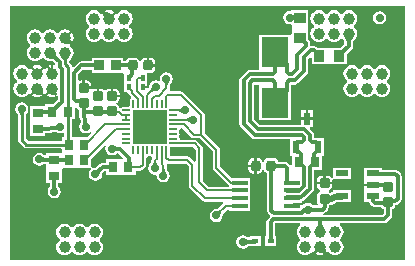
<source format=gtl>
G04*
G04 #@! TF.GenerationSoftware,Altium Limited,Altium Designer,20.1.8 (145)*
G04*
G04 Layer_Physical_Order=1*
G04 Layer_Color=255*
%FSTAX43Y43*%
%MOMM*%
G71*
G04*
G04 #@! TF.SameCoordinates,DEFF2A6E-5F0D-40BF-B6DE-29F6B0C5E57E*
G04*
G04*
G04 #@! TF.FilePolarity,Positive*
G04*
G01*
G75*
%ADD10C,0.250*%
%ADD13C,0.200*%
%ADD15R,1.000X0.900*%
%ADD18R,0.900X1.000*%
G04:AMPARAMS|DCode=33|XSize=0.9mm|YSize=0.8mm|CornerRadius=0.2mm|HoleSize=0mm|Usage=FLASHONLY|Rotation=270.000|XOffset=0mm|YOffset=0mm|HoleType=Round|Shape=RoundedRectangle|*
%AMROUNDEDRECTD33*
21,1,0.900,0.400,0,0,270.0*
21,1,0.500,0.800,0,0,270.0*
1,1,0.400,-0.200,-0.250*
1,1,0.400,-0.200,0.250*
1,1,0.400,0.200,0.250*
1,1,0.400,0.200,-0.250*
%
%ADD33ROUNDEDRECTD33*%
G04:AMPARAMS|DCode=34|XSize=0.9mm|YSize=0.8mm|CornerRadius=0.2mm|HoleSize=0mm|Usage=FLASHONLY|Rotation=0.000|XOffset=0mm|YOffset=0mm|HoleType=Round|Shape=RoundedRectangle|*
%AMROUNDEDRECTD34*
21,1,0.900,0.400,0,0,0.0*
21,1,0.500,0.800,0,0,0.0*
1,1,0.400,0.250,-0.200*
1,1,0.400,-0.250,-0.200*
1,1,0.400,-0.250,0.200*
1,1,0.400,0.250,0.200*
%
%ADD34ROUNDEDRECTD34*%
%ADD35R,0.800X0.900*%
%ADD36R,0.900X0.800*%
%ADD37R,1.450X0.450*%
%ADD38O,0.700X0.200*%
%ADD39O,0.200X0.700*%
%ADD40R,2.900X2.900*%
%ADD41R,0.600X1.100*%
%ADD42R,0.350X0.500*%
%ADD43R,0.850X0.850*%
%ADD44R,2.300X2.500*%
%ADD45R,0.500X0.400*%
%ADD46R,1.100X0.600*%
%ADD47C,0.300*%
%ADD48C,0.500*%
%ADD49C,1.000*%
%ADD50C,0.700*%
%ADD51C,0.600*%
G36*
X0064745Y002638D02*
X0031255D01*
Y0028125D01*
Y004787D01*
X0064745D01*
Y002638D01*
D02*
G37*
%LPC*%
G36*
X00565Y0047525D02*
X00551D01*
Y0047503D01*
X0055002Y0047423D01*
X0054949Y0047433D01*
X0054734Y0047391D01*
X0054552Y0047269D01*
X0054431Y0047087D01*
X0054388Y0046873D01*
X0054431Y0046658D01*
X0054552Y0046476D01*
X0054734Y0046354D01*
X0054949Y0046312D01*
X0055002Y0046322D01*
X00551Y0046242D01*
Y0045625D01*
X00551Y0045625D01*
Y0045531D01*
X005505Y0045425D01*
X005235D01*
Y0042525D01*
X005225Y0042459D01*
X0051546D01*
X005141Y0042432D01*
X0051294Y0042354D01*
X0050794Y0041854D01*
X0050716Y0041738D01*
X0050689Y0041602D01*
Y0037849D01*
X0050716Y0037712D01*
X0050794Y0037596D01*
X0051717Y0036673D01*
X0051833Y0036595D01*
X005197Y0036568D01*
X005495D01*
Y0035175D01*
X005515D01*
Y0034374D01*
X005513Y0034361D01*
X0054957Y0034394D01*
X0054952Y0034402D01*
X0054777Y0034577D01*
X0054661Y0034655D01*
X0054524Y0034682D01*
X0053937D01*
X0053927Y0034731D01*
X0053838Y0034863D01*
X0053706Y0034952D01*
X005355Y0034983D01*
X005315D01*
X0052994Y0034952D01*
X0052862Y0034863D01*
X0052773Y0034731D01*
X0052765Y0034689D01*
X0052635D01*
X0052627Y0034731D01*
X0052538Y0034863D01*
X0052406Y0034952D01*
X005225Y0034983D01*
X005215D01*
Y0034325D01*
Y0033667D01*
X005225D01*
X0052406Y0033698D01*
X0052538Y0033787D01*
X0052627Y0033919D01*
X0052635Y0033961D01*
X0052765D01*
X0052773Y0033919D01*
X0052862Y0033787D01*
X0052994Y0033698D01*
X0053043Y0033688D01*
Y0030526D01*
X005307Y0030389D01*
X0053148Y0030273D01*
X0053252Y0030169D01*
X0053301Y0030066D01*
X005325Y0029996D01*
X0053073Y0029818D01*
X0052995Y0029702D01*
X0052968Y0029566D01*
Y002835D01*
X0052875D01*
Y002755D01*
X0053775D01*
Y002835D01*
X0053682D01*
Y0029418D01*
X0053707Y0029443D01*
X0055843D01*
X005585Y0029431D01*
X0055876Y0029316D01*
X0055756Y0029224D01*
X0055644Y0029078D01*
X0055573Y0028908D01*
X0055549Y0028725D01*
X0055573Y0028542D01*
X0055644Y0028372D01*
X0055756Y0028226D01*
X005583Y0028169D01*
Y0028011D01*
X0055756Y0027954D01*
X0055644Y0027808D01*
X0055573Y0027638D01*
X0055549Y0027455D01*
X0055573Y0027272D01*
X0055644Y0027102D01*
X0055756Y0026956D01*
X0055902Y0026844D01*
X0056072Y0026773D01*
X0056255Y0026749D01*
X0056438Y0026773D01*
X0056608Y0026844D01*
X0056754Y0026956D01*
X0056811Y002703D01*
X0056959D01*
X0057454Y0027526D01*
X0057596Y0027384D01*
X0057106Y0026894D01*
X0057172Y0026844D01*
X0057342Y0026773D01*
X0057525Y0026749D01*
X0057708Y0026773D01*
X0057878Y0026844D01*
X0057888Y0026851D01*
X0057866Y0026863D01*
X0057825Y0026881D01*
X0057778Y0026898D01*
X0057727Y0026914D01*
X005761Y0026939D01*
X0057544Y0026949D01*
X0057473Y0026958D01*
X0058021Y0027393D01*
X0058015Y0027329D01*
X0058012Y0027268D01*
X0058013Y0027212D01*
X0058017Y0027159D01*
X0058025Y0027109D01*
X0058037Y0027064D01*
X0058052Y0027023D01*
X0058062Y0027004D01*
X0058081Y002703D01*
X0058239D01*
X0058296Y0026956D01*
X0058442Y0026844D01*
X0058612Y0026773D01*
X0058795Y0026749D01*
X0058978Y0026773D01*
X0059148Y0026844D01*
X0059294Y0026956D01*
X0059406Y0027102D01*
X0059477Y0027272D01*
X0059501Y0027455D01*
X0059477Y0027638D01*
X0059406Y0027808D01*
X0059294Y0027954D01*
X005922Y0028011D01*
Y0028169D01*
X0059294Y0028226D01*
X0059406Y0028372D01*
X0059477Y0028542D01*
X0059501Y0028725D01*
X0059477Y0028908D01*
X0059406Y0029078D01*
X0059294Y0029224D01*
X0059174Y0029316D01*
X00592Y0029431D01*
X0059207Y0029443D01*
X0062925D01*
X0063062Y002947D01*
X0063177Y0029548D01*
X0063502Y0029873D01*
X006358Y0029988D01*
X0063607Y0030125D01*
Y0030638D01*
X0063656Y0030648D01*
X0063788Y0030737D01*
X0063877Y0030869D01*
X0063901Y0030988D01*
X0064036Y0031015D01*
X0064152Y0031093D01*
X0064327Y0031268D01*
X0064405Y0031384D01*
X0064432Y0031521D01*
Y0033449D01*
X0064405Y0033586D01*
X0064327Y0033702D01*
X0064152Y0033877D01*
X0064036Y0033955D01*
X0063899Y0033982D01*
X006275D01*
Y0034175D01*
X006125D01*
Y0033175D01*
Y0032825D01*
X0062D01*
Y0032625D01*
X006125D01*
Y0032225D01*
Y0031275D01*
X0061663D01*
X006167Y0031238D01*
X0061748Y0031123D01*
X0061948Y0030923D01*
X0062063Y0030845D01*
X00622Y0030818D01*
X0062657D01*
X0062712Y0030737D01*
X0062844Y0030648D01*
X0062893Y0030638D01*
Y0030273D01*
X0062777Y0030157D01*
X0057816D01*
X0057803Y0030284D01*
X0057861Y0030295D01*
X0057977Y0030373D01*
X0058152Y0030548D01*
X005823Y0030664D01*
X0058257Y0030801D01*
Y0030963D01*
X0058306Y0030973D01*
X0058409Y0031042D01*
X00585D01*
X0058676Y0031077D01*
X0058824Y0031176D01*
X0058873Y0031249D01*
X005889Y0031266D01*
X005935D01*
X0059394Y0031275D01*
X006015D01*
Y0032275D01*
X005865D01*
Y0032174D01*
X0058524Y0032149D01*
X0058399Y0032065D01*
X0058306Y0032127D01*
X0058264Y0032135D01*
Y0032265D01*
X0058306Y0032273D01*
X0058438Y0032362D01*
X0058527Y0032494D01*
X0058558Y003265D01*
Y003275D01*
X0057242D01*
Y003265D01*
X0057273Y0032494D01*
X0057362Y0032362D01*
X0057494Y0032273D01*
X0057536Y0032265D01*
Y0032135D01*
X0057494Y0032127D01*
X0057362Y0032038D01*
X0057273Y0031906D01*
X0057242Y003175D01*
Y003135D01*
X0057273Y0031194D01*
X005733Y0031109D01*
X005727Y0030982D01*
X0056977D01*
X0056961Y0030984D01*
X0056945Y0030988D01*
X0056932Y0030992D01*
X0056921Y0030996D01*
X0056913Y0031D01*
X0056909Y0031002D01*
X0056897Y0031022D01*
X0056715Y0031143D01*
X00565Y0031186D01*
X0056285Y0031143D01*
X0056152Y0031054D01*
X0056025Y0031115D01*
Y003131D01*
X0056066Y0031318D01*
X0056182Y0031396D01*
X0056929Y0032143D01*
X0057007Y0032259D01*
X0057034Y0032396D01*
Y0033975D01*
X005765D01*
Y0035175D01*
X005785D01*
Y0036675D01*
X0057234D01*
X00572Y0036682D01*
X0057007D01*
Y0036956D01*
X005698Y0037093D01*
X0056902Y0037209D01*
X0056653Y0037458D01*
X0056702Y0037575D01*
X00569D01*
Y0038225D01*
X00564D01*
X00559D01*
Y0037782D01*
X0052401D01*
X0051957Y0038226D01*
Y0041191D01*
X005225D01*
X005235Y0041125D01*
Y0038225D01*
X005505D01*
Y0040641D01*
X0055057Y0040675D01*
Y0041191D01*
X0055354D01*
X005549Y0041218D01*
X0055606Y0041296D01*
X0056392Y0042081D01*
X0056469Y0042197D01*
X0056496Y0042334D01*
Y0043357D01*
X0056683Y0043543D01*
X00568Y0043494D01*
Y0042925D01*
X00579D01*
X00579Y0042925D01*
X00587D01*
X00587Y0042925D01*
X00598D01*
Y004382D01*
X0060192Y0044213D01*
X006027Y0044328D01*
X0060297Y0044465D01*
Y0044786D01*
X0060299Y00448D01*
X0060305Y0044825D01*
X0060313Y0044851D01*
X0060324Y0044877D01*
X0060339Y0044904D01*
X0060356Y0044933D01*
X0060378Y0044962D01*
X0060403Y0044992D01*
X0060428Y0045017D01*
X0060439Y0045026D01*
X0060551Y0045172D01*
X0060622Y0045342D01*
X0060646Y0045525D01*
X0060622Y0045708D01*
X0060551Y0045878D01*
X0060439Y0046024D01*
X0060365Y0046081D01*
Y0046239D01*
X0060439Y0046296D01*
X0060551Y0046442D01*
X0060622Y0046612D01*
X0060646Y0046795D01*
X0060622Y0046978D01*
X0060551Y0047148D01*
X0060439Y0047294D01*
X0060293Y0047406D01*
X0060123Y0047477D01*
X005994Y0047501D01*
X0059757Y0047477D01*
X0059587Y0047406D01*
X0059441Y0047294D01*
X0059384Y004722D01*
X0059226D01*
X0059169Y0047294D01*
X0059023Y0047406D01*
X0058853Y0047477D01*
X005867Y0047501D01*
X0058487Y0047477D01*
X0058317Y0047406D01*
X0058171Y0047294D01*
X0058114Y004722D01*
X0057956D01*
X0057899Y0047294D01*
X0057753Y0047406D01*
X0057583Y0047477D01*
X00574Y0047501D01*
X0057217Y0047477D01*
X0057047Y0047406D01*
X0056901Y0047294D01*
X0056789Y0047148D01*
X0056718Y0046978D01*
X0056694Y0046795D01*
X0056718Y0046612D01*
X0056789Y0046442D01*
X0056901Y0046296D01*
X0056975Y0046239D01*
Y0046081D01*
X0056901Y0046024D01*
X0056789Y0045878D01*
X0056718Y0045708D01*
X0056694Y0045525D01*
X0056718Y0045342D01*
X0056789Y0045172D01*
X0056901Y0045026D01*
X0057047Y0044914D01*
X0057217Y0044843D01*
X00574Y0044819D01*
X0057583Y0044843D01*
X0057753Y0044914D01*
X0057899Y0045026D01*
X0057956Y00451D01*
X0058114D01*
X0058171Y0045026D01*
X0058317Y0044914D01*
X0058487Y0044843D01*
X005867Y0044819D01*
X0058853Y0044843D01*
X0059023Y0044914D01*
X0059169Y0045026D01*
X0059226Y00451D01*
X0059384D01*
X0059441Y0045026D01*
X0059452Y0045017D01*
X0059477Y0044992D01*
X0059502Y0044962D01*
X0059524Y0044933D01*
X0059541Y0044904D01*
X0059556Y0044877D01*
X0059567Y0044851D01*
X0059575Y0044825D01*
X0059581Y00448D01*
X0059583Y0044786D01*
Y0044613D01*
X0059295Y0044325D01*
X00587D01*
X00587Y0044325D01*
X00579D01*
X00579Y0044325D01*
X0057305D01*
X0057287Y0044343D01*
X0057171Y004442D01*
X0057034Y0044448D01*
X0056779D01*
X0056725Y0044449D01*
X0056659Y0044564D01*
Y0044723D01*
X0056632Y0044859D01*
X0056555Y0044975D01*
X00565Y004503D01*
Y0045625D01*
X00565Y0045625D01*
Y0046425D01*
X00565Y0046425D01*
Y0047525D01*
D02*
G37*
G36*
X004094Y0047501D02*
X0040757Y0047477D01*
X0040587Y0047406D01*
X0040441Y0047294D01*
X0040384Y004722D01*
X0040236D01*
X0039741Y0046724D01*
X0039599Y0046866D01*
X0040089Y0047356D01*
X0040023Y0047406D01*
X0039853Y0047477D01*
X003967Y0047501D01*
X0039487Y0047477D01*
X0039317Y0047406D01*
X003931Y0047401D01*
X0039332Y0047389D01*
X0039373Y004737D01*
X003942Y0047353D01*
X0039471Y0047338D01*
X0039588Y0047311D01*
X0039654Y0047301D01*
X0039725Y0047292D01*
X0039174Y004686D01*
X0039181Y0046924D01*
X0039184Y0046985D01*
X0039184Y0047041D01*
X003918Y0047094D01*
X0039172Y0047143D01*
X003916Y0047189D01*
X0039145Y004723D01*
X0039136Y0047248D01*
X0039114Y004722D01*
X0038956D01*
X0038899Y0047294D01*
X0038753Y0047406D01*
X0038583Y0047477D01*
X00384Y0047501D01*
X0038217Y0047477D01*
X0038047Y0047406D01*
X0037901Y0047294D01*
X0037789Y0047148D01*
X0037718Y0046978D01*
X0037694Y0046795D01*
X0037718Y0046612D01*
X0037789Y0046442D01*
X0037901Y0046296D01*
X0037975Y0046239D01*
Y0046081D01*
X0037901Y0046024D01*
X0037789Y0045878D01*
X0037718Y0045708D01*
X0037694Y0045525D01*
X0037718Y0045342D01*
X0037789Y0045172D01*
X0037901Y0045026D01*
X0038047Y0044914D01*
X0038217Y0044843D01*
X00384Y0044819D01*
X0038583Y0044843D01*
X0038753Y0044914D01*
X0038899Y0045026D01*
X0038956Y00451D01*
X0039114D01*
X0039171Y0045026D01*
X0039317Y0044914D01*
X0039487Y0044843D01*
X003967Y0044819D01*
X0039853Y0044843D01*
X0040023Y0044914D01*
X0040169Y0045026D01*
X0040226Y00451D01*
X0040384D01*
X0040441Y0045026D01*
X0040587Y0044914D01*
X0040757Y0044843D01*
X004094Y0044819D01*
X0041123Y0044843D01*
X0041293Y0044914D01*
X0041439Y0045026D01*
X0041551Y0045172D01*
X0041622Y0045342D01*
X0041646Y0045525D01*
X0041622Y0045708D01*
X0041551Y0045878D01*
X0041439Y0046024D01*
X0041365Y0046081D01*
Y0046239D01*
X0041439Y0046296D01*
X0041551Y0046442D01*
X0041622Y0046612D01*
X0041646Y0046795D01*
X0041622Y0046978D01*
X0041551Y0047148D01*
X0041439Y0047294D01*
X0041293Y0047406D01*
X0041123Y0047477D01*
X004094Y0047501D01*
D02*
G37*
G36*
X0062553Y004743D02*
X0062338Y0047387D01*
X0062156Y0047266D01*
X0062035Y0047084D01*
X0061992Y0046869D01*
X0062035Y0046655D01*
X0062156Y0046473D01*
X0062338Y0046351D01*
X0062553Y0046309D01*
X0062768Y0046351D01*
X0062949Y0046473D01*
X0063071Y0046655D01*
X0063114Y0046869D01*
X0063071Y0047084D01*
X0062949Y0047266D01*
X0062768Y0047387D01*
X0062553Y004743D01*
D02*
G37*
G36*
X003594Y0045881D02*
X0035757Y0045857D01*
X0035587Y0045786D01*
X0035441Y0045674D01*
X0035384Y00456D01*
X0035226D01*
X0035169Y0045674D01*
X0035023Y0045786D01*
X0034853Y0045857D01*
X003467Y0045881D01*
X0034487Y0045857D01*
X0034317Y0045786D01*
X0034171Y0045674D01*
X0034114Y00456D01*
X0033956D01*
X0033899Y0045674D01*
X0033753Y0045786D01*
X0033583Y0045857D01*
X00334Y0045881D01*
X0033217Y0045857D01*
X0033047Y0045786D01*
X0032901Y0045674D01*
X0032789Y0045528D01*
X0032718Y0045358D01*
X0032694Y0045175D01*
X0032718Y0044992D01*
X0032789Y0044822D01*
X0032901Y0044676D01*
X0032975Y0044619D01*
Y0044461D01*
X0032901Y0044404D01*
X0032789Y0044258D01*
X0032718Y0044088D01*
X0032694Y0043905D01*
X0032718Y0043722D01*
X0032789Y0043552D01*
X0032901Y0043406D01*
X0033047Y0043294D01*
X0033217Y0043223D01*
X00334Y0043199D01*
X0033583Y0043223D01*
X0033753Y0043294D01*
X0033899Y0043406D01*
X0033956Y004348D01*
X0034114D01*
X0034171Y0043406D01*
X0034317Y0043294D01*
X0034487Y0043223D01*
X003467Y0043199D01*
X0034685Y0043201D01*
X003472Y00432D01*
X0034759Y0043197D01*
X0034794Y0043192D01*
X0034827Y0043184D01*
X0034856Y0043175D01*
X0034883Y0043165D01*
X0034907Y0043152D01*
X0034929Y0043138D01*
X0034941Y004313D01*
X0035078Y0042993D01*
X0035071Y0042906D01*
X0035051Y0042887D01*
X0034954Y0042822D01*
X0034794Y0042843D01*
X0034612Y0042819D01*
X0034441Y0042749D01*
X0034295Y0042637D01*
X0034238Y0042562D01*
X0034091D01*
X0033595Y0042067D01*
X0033454Y0042208D01*
X0033943Y0042698D01*
X0033877Y0042749D01*
X0033707Y0042819D01*
X0033524Y0042843D01*
X0033342Y0042819D01*
X0033171Y0042749D01*
X0033025Y0042637D01*
X0032968Y0042562D01*
X0032811D01*
X0032754Y0042637D01*
X0032607Y0042749D01*
X0032437Y0042819D01*
X0032254Y0042843D01*
X0032072Y0042819D01*
X0031901Y0042749D01*
X0031755Y0042637D01*
X0031643Y004249D01*
X0031572Y004232D01*
X0031548Y0042137D01*
X0031572Y0041955D01*
X0031643Y0041784D01*
X0031755Y0041638D01*
X0031829Y0041581D01*
Y0041424D01*
X0031755Y0041367D01*
X0031643Y004122D01*
X0031572Y004105D01*
X0031548Y0040867D01*
X0031572Y0040685D01*
X0031643Y0040514D01*
X0031755Y0040368D01*
X0031901Y0040256D01*
X0032072Y0040185D01*
X0032254Y0040161D01*
X0032437Y0040185D01*
X0032607Y0040256D01*
X0032754Y0040368D01*
X0032811Y0040442D01*
X0032958D01*
X0033454Y0040938D01*
X0033595Y0040797D01*
X0033105Y0040307D01*
X0033171Y0040256D01*
X0033342Y0040185D01*
X0033524Y0040161D01*
X0033707Y0040185D01*
X0033877Y0040256D01*
X0033935Y00403D01*
X0033918Y0040309D01*
X0033876Y0040326D01*
X003383Y004034D01*
X003378Y0040351D01*
X0033725Y0040359D01*
X0033666Y0040365D01*
X0033535Y0040367D01*
X0034024Y0040868D01*
X0034026Y00408D01*
X0034036Y0040677D01*
X0034046Y0040622D01*
X0034058Y0040571D01*
X0034072Y0040525D01*
X003409Y0040484D01*
X0034109Y0040446D01*
X0034112Y0040442D01*
X0034228D01*
X0034724Y0040938D01*
X0034865Y0040797D01*
X0034375Y0040307D01*
X0034441Y0040256D01*
X0034612Y0040185D01*
X0034794Y0040161D01*
X0034977Y0040185D01*
X0035111Y0040241D01*
X0035094Y0040257D01*
X0035064Y0040282D01*
X0035034Y0040304D01*
X0035005Y0040323D01*
X0034975Y0040338D01*
X0034945Y0040351D01*
X0034916Y004036D01*
X0034886Y0040366D01*
X0034857Y0040369D01*
X0034827Y0040368D01*
X0035222Y0040609D01*
X0035209Y0040584D01*
X00352Y004056D01*
X0035195Y0040536D01*
X0035194Y0040512D01*
X0035196Y0040488D01*
X0035202Y0040465D01*
X0035212Y0040441D01*
X0035226Y0040417D01*
X0035244Y0040394D01*
X0035265Y0040371D01*
X0035159Y0040265D01*
X0035174Y0040276D01*
X0035287Y004022D01*
Y0039892D01*
X0034945Y003955D01*
X003425D01*
Y0039375D01*
X003295D01*
Y0038175D01*
X003295D01*
Y0038075D01*
X003295D01*
Y0036875D01*
X003425D01*
Y0037093D01*
X00346D01*
X0034737Y003712D01*
X0034846Y0037193D01*
X0035077D01*
X0035101Y0037191D01*
X0035119Y0037188D01*
X0035138Y0037185D01*
X0035154Y003718D01*
X0035168Y0037176D01*
X0035179Y0037171D01*
X0035189Y0037166D01*
X0035204Y0037157D01*
X0035218Y0037152D01*
X0035285Y0037107D01*
X00355Y0037064D01*
X0035715Y0037107D01*
X0035757Y0037135D01*
X0035869Y0037075D01*
Y0036775D01*
X003565D01*
Y0036456D01*
X0032784D01*
X0032586Y0036654D01*
Y0038621D01*
X0032586Y0038623D01*
X0032589Y0038638D01*
X0032593Y0038653D01*
X0032598Y0038666D01*
X0032604Y0038678D01*
X0032611Y0038691D01*
X0032619Y0038704D01*
X0032626Y0038712D01*
X0032651Y0038728D01*
X0032772Y003891D01*
X0032815Y0039125D01*
X0032772Y003934D01*
X0032651Y0039522D01*
X0032469Y0039643D01*
X0032254Y0039686D01*
X003204Y0039643D01*
X0031858Y0039522D01*
X0031736Y003934D01*
X0031693Y0039125D01*
X0031736Y003891D01*
X0031858Y0038728D01*
X0031882Y0038712D01*
X0031889Y0038704D01*
X0031898Y0038691D01*
X0031905Y0038678D01*
X0031911Y0038666D01*
X0031916Y0038653D01*
X003192Y0038638D01*
X0031923Y0038623D01*
X0031923Y0038621D01*
Y0036517D01*
X0031948Y003639D01*
X003202Y0036283D01*
X0032412Y0035891D01*
X003252Y0035819D01*
X0032646Y0035794D01*
X003556D01*
X003565Y0035704D01*
X003565Y0035475D01*
X0035585Y0035375D01*
X003435D01*
Y0035253D01*
X0034225Y0035209D01*
X0034211Y0035213D01*
X0034199Y0035216D01*
X0034191Y003522D01*
X0034184Y0035224D01*
X003418Y0035227D01*
X0034176Y003523D01*
X003417Y0035236D01*
X0034147Y0035272D01*
X0033965Y0035393D01*
X003375Y0035436D01*
X0033535Y0035393D01*
X0033353Y0035272D01*
X0033232Y003509D01*
X0033189Y0034875D01*
X0033232Y003466D01*
X0033353Y0034478D01*
X0033535Y0034357D01*
X003375Y0034314D01*
X0033965Y0034357D01*
X0034143Y0034476D01*
X0034149Y0034479D01*
X0034162Y0034483D01*
X0034177Y0034487D01*
X0034195Y0034491D01*
X0034211Y0034493D01*
X003435D01*
Y0034202D01*
X003435Y0034175D01*
Y0034075D01*
X003435Y0034048D01*
Y0032875D01*
X0034643D01*
Y0032602D01*
X0034641Y0032586D01*
X0034637Y003257D01*
X0034633Y0032557D01*
X0034629Y0032546D01*
X0034625Y0032538D01*
X0034623Y0032534D01*
X0034603Y0032522D01*
X0034482Y003234D01*
X0034439Y0032125D01*
X0034482Y003191D01*
X0034603Y0031728D01*
X0034785Y0031607D01*
X0035Y0031564D01*
X0035215Y0031607D01*
X0035397Y0031728D01*
X0035518Y003191D01*
X0035561Y0032125D01*
X0035518Y003234D01*
X0035397Y0032522D01*
X0035377Y0032534D01*
X0035375Y0032538D01*
X0035371Y0032546D01*
X0035367Y0032557D01*
X0035363Y003257D01*
X0035359Y0032586D01*
X0035357Y0032602D01*
Y0032875D01*
X003565D01*
Y0034048D01*
X003565Y0034075D01*
X0035715Y0034175D01*
X0036823D01*
X003685Y0034175D01*
X003695D01*
X0036977Y0034175D01*
X0038032D01*
X0038105Y0034175D01*
X0038142Y003405D01*
X0038103Y0034022D01*
X0038063Y0033962D01*
X0037982Y003384D01*
X0037939Y0033625D01*
X0037982Y003341D01*
X0038103Y0033228D01*
X0038285Y0033107D01*
X00385Y0033064D01*
X0038715Y0033107D01*
X0038897Y0033228D01*
X0039018Y003341D01*
X0039061Y0033625D01*
X0039056Y0033648D01*
X0039057Y0033652D01*
X003906Y0033661D01*
X0039065Y0033671D01*
X0039071Y0033683D01*
X003908Y0033697D01*
X003909Y003371D01*
X0039248Y0033868D01*
X0039391D01*
Y0033575D01*
X0040564D01*
X0040591Y0033575D01*
X0040691D01*
X0040718Y0033575D01*
X0041891D01*
Y0033919D01*
X00423D01*
X00423Y0033919D01*
X0042417Y0033942D01*
X0042516Y0034009D01*
X0042716Y0034209D01*
X0042716Y0034209D01*
X0042783Y0034308D01*
X0042806Y0034425D01*
X0042806Y0034425D01*
Y0035017D01*
X00429Y0035094D01*
X0043017Y0035117D01*
X00431Y0035173D01*
X0043183Y0035117D01*
X004326Y0035102D01*
X0043298Y003504D01*
X0043311Y0035003D01*
X0043315Y0034971D01*
X0043262Y0034892D01*
X0043239Y0034775D01*
X0043239Y0034775D01*
Y0034652D01*
X0043239Y0034649D01*
X0043236Y0034638D01*
X0043232Y0034625D01*
X0043226Y0034612D01*
X0043217Y0034597D01*
X0043207Y0034581D01*
X0043193Y0034563D01*
X0043177Y0034544D01*
X0043173Y0034541D01*
X0043145Y0034522D01*
X0043023Y003434D01*
X0042981Y0034125D01*
X0043023Y003391D01*
X0043145Y0033728D01*
X0043327Y0033607D01*
X0043541Y0033564D01*
X0043602Y0033576D01*
X0043692Y0033486D01*
X0043689Y0033475D01*
X0043732Y003326D01*
X0043853Y0033078D01*
X0044035Y0032957D01*
X004425Y0032914D01*
X0044465Y0032957D01*
X0044647Y0033078D01*
X0044768Y003326D01*
X0044811Y0033475D01*
X0044768Y003369D01*
X0044647Y0033872D01*
X0044619Y003389D01*
X0044618Y0033891D01*
X0044602Y003391D01*
X0044588Y0033928D01*
X0044578Y0033944D01*
X004457Y003396D01*
X0044563Y0033974D01*
X0044559Y0033986D01*
X0044556Y0033998D01*
X0044556Y0034001D01*
Y0034325D01*
X0044535Y0034432D01*
X0044537Y0034437D01*
X0044565Y0034475D01*
X0044624Y0034534D01*
X00447Y0034519D01*
X0046142D01*
X0046394Y0034267D01*
Y003265D01*
X0046394Y003265D01*
X0046417Y0032533D01*
X0046484Y0032434D01*
X0047534Y0031384D01*
X0047633Y0031317D01*
X004775Y0031294D01*
X004775Y0031294D01*
X0049296D01*
X0049335Y0031167D01*
X0049334Y0031166D01*
X0049334Y0031166D01*
X0048881Y0030713D01*
X0048878Y0030711D01*
X0048868Y0030705D01*
X0048856Y0030699D01*
X0048842Y0030694D01*
X0048825Y0030689D01*
X0048806Y0030685D01*
X0048784Y0030681D01*
X0048759Y0030679D01*
X0048757Y0030679D01*
X0048725Y0030686D01*
X004851Y0030643D01*
X0048328Y0030522D01*
X0048207Y003034D01*
X0048164Y0030125D01*
X0048207Y002991D01*
X0048328Y0029728D01*
X004851Y0029607D01*
X0048725Y0029564D01*
X004894Y0029607D01*
X0049122Y0029728D01*
X0049243Y002991D01*
X0049286Y0030125D01*
X0049279Y0030157D01*
X0049279Y0030159D01*
X0049281Y0030184D01*
X0049285Y0030206D01*
X0049289Y0030225D01*
X0049294Y0030242D01*
X0049299Y0030256D01*
X0049305Y0030268D01*
X0049311Y0030278D01*
X0049313Y0030281D01*
X0049648Y0030615D01*
X0049775Y0030575D01*
Y0030525D01*
X0051625D01*
Y0031175D01*
Y0031825D01*
Y0032475D01*
Y0033325D01*
X0050008D01*
X0049031Y0034302D01*
Y00357D01*
X0049031Y00357D01*
X0049008Y0035817D01*
X0048941Y0035916D01*
X0047756Y0037102D01*
Y0038594D01*
X0047756Y0038594D01*
X0047733Y0038711D01*
X0047666Y0038811D01*
X0047666Y0038811D01*
X0045928Y0040549D01*
X0045828Y0040615D01*
X0045711Y0040639D01*
X0045711Y0040639D01*
X0044841D01*
X0044773Y0040766D01*
X0044783Y0040779D01*
X0044806Y0040896D01*
X0044806Y0040896D01*
Y0041149D01*
X0044806Y0041152D01*
X0044809Y0041164D01*
X0044813Y0041176D01*
X004482Y004119D01*
X0044828Y0041206D01*
X0044838Y0041222D01*
X0044852Y004124D01*
X0044868Y0041259D01*
X0044869Y004126D01*
X0044897Y0041278D01*
X0045018Y004146D01*
X0045061Y0041675D01*
X0045018Y004189D01*
X0044897Y0042072D01*
X0044715Y0042193D01*
X00445Y0042236D01*
X0044285Y0042193D01*
X0044103Y0042072D01*
X0043982Y004189D01*
X0043939Y0041675D01*
X0043953Y0041606D01*
X0043839Y004153D01*
X0043818Y0041543D01*
X0043604Y0041586D01*
X0043389Y0041543D01*
X0043207Y0041422D01*
X0043086Y004124D01*
X0043043Y0041025D01*
X0043049Y0040993D01*
X0043049Y0040991D01*
X0043047Y0040966D01*
X0043046Y0040958D01*
X0043008Y0040921D01*
X0043002Y0040917D01*
X0042902Y0040958D01*
X0042875Y0040997D01*
Y0042167D01*
X004315D01*
X0043306Y0042198D01*
X0043438Y0042287D01*
X0043527Y0042419D01*
X0043558Y0042575D01*
Y0042725D01*
X004295D01*
Y0042825D01*
X004285D01*
Y0043483D01*
X004275D01*
X0042594Y0043452D01*
X0042462Y0043363D01*
X0042373Y0043231D01*
X0042365Y0043189D01*
X0042235D01*
X0042227Y0043231D01*
X0042138Y0043363D01*
X0042006Y0043452D01*
X004185Y0043483D01*
X004145D01*
X0041294Y0043452D01*
X0041162Y0043363D01*
X0041073Y0043231D01*
X0041063Y0043182D01*
X004085D01*
Y004345D01*
X00396D01*
Y00422D01*
X0040783Y00422D01*
D01*
X004085Y00422D01*
X0040925Y0042104D01*
X0040925Y0042098D01*
Y0041325D01*
Y0040575D01*
X0041196D01*
X0041294Y004051D01*
X0041317Y0040393D01*
X0041384Y0040294D01*
X0041495Y0040182D01*
X0041484Y0040066D01*
X0041417Y0039967D01*
X0041394Y003985D01*
Y0039454D01*
X0041378Y0039347D01*
X0041271Y0039331D01*
X0040875D01*
X0040758Y0039308D01*
X0040668Y0039247D01*
X0040612Y0039256D01*
X0040532Y003928D01*
X0040527Y0039306D01*
X0040438Y0039438D01*
X0040306Y0039527D01*
X0040264Y0039535D01*
Y0039665D01*
X0040306Y0039673D01*
X0040438Y0039762D01*
X0040527Y0039894D01*
X0040558Y004005D01*
Y004015D01*
X00399D01*
Y004025D01*
X00398D01*
Y0040858D01*
X003965D01*
X0039494Y0040827D01*
X0039362Y0040738D01*
X0039238D01*
X0039106Y0040827D01*
X003895Y0040858D01*
X00388D01*
Y004025D01*
X00386D01*
Y0040858D01*
X003845D01*
X0038294Y0040827D01*
X0038285Y0040821D01*
X003823Y004085D01*
X00375D01*
Y004095D01*
X00374D01*
Y0041558D01*
X003725D01*
X0037184Y0041545D01*
X0037057Y0041643D01*
Y004206D01*
X0037465Y0042468D01*
X00382D01*
Y00422D01*
X003945D01*
Y004345D01*
X00382D01*
Y0043182D01*
X0037317D01*
X0037181Y0043155D01*
X0037065Y0043077D01*
X0036649Y0042661D01*
X0036531Y004271D01*
Y0042727D01*
X0036506Y0042854D01*
X0036434Y0042962D01*
X0036271Y0043125D01*
Y0043147D01*
X0036274Y0043161D01*
X003628Y0043184D01*
X0036289Y0043209D01*
X0036302Y0043236D01*
X0036319Y0043265D01*
X0036339Y0043294D01*
X0036399Y0043368D01*
X0036427Y0043397D01*
X0036439Y0043406D01*
X0036551Y0043552D01*
X0036622Y0043722D01*
X0036646Y0043905D01*
X0036622Y0044088D01*
X0036551Y0044258D01*
X0036439Y0044404D01*
X0036365Y0044461D01*
Y0044601D01*
X0036334Y0044617D01*
X0036293Y0044634D01*
X0036246Y0044648D01*
X0036196Y0044659D01*
X0036142Y0044667D01*
X0036083Y0044673D01*
X0035952Y0044675D01*
X003644Y0045177D01*
X0036442Y0045109D01*
X0036453Y0044986D01*
X0036462Y0044931D01*
X0036474Y004488D01*
X0036489Y0044834D01*
X0036506Y0044792D01*
X0036515Y0044775D01*
X0036551Y0044822D01*
X0036622Y0044992D01*
X0036646Y0045175D01*
X0036622Y0045358D01*
X0036551Y0045528D01*
X0036501Y0045594D01*
X0036011Y0045104D01*
X0035869Y0045246D01*
X0036359Y0045736D01*
X0036293Y0045786D01*
X0036123Y0045857D01*
X003594Y0045881D01*
D02*
G37*
G36*
X004315Y0043483D02*
X004305D01*
Y0042925D01*
X0043558D01*
Y0043075D01*
X0043527Y0043231D01*
X0043438Y0043363D01*
X0043306Y0043452D01*
X004315Y0043483D01*
D02*
G37*
G36*
X0062746Y0042843D02*
X0062564Y0042819D01*
X0062393Y0042749D01*
X0062247Y0042637D01*
X006219Y0042562D01*
X0062033D01*
X0061976Y0042637D01*
X0061829Y0042749D01*
X0061659Y0042819D01*
X0061476Y0042843D01*
X0061294Y0042819D01*
X0061123Y0042749D01*
X0060977Y0042637D01*
X006092Y0042562D01*
X0060763D01*
X0060706Y0042637D01*
X0060559Y0042749D01*
X0060389Y0042819D01*
X0060206Y0042843D01*
X0060024Y0042819D01*
X0059853Y0042749D01*
X0059707Y0042637D01*
X0059595Y004249D01*
X0059524Y004232D01*
X00595Y0042137D01*
X0059524Y0041955D01*
X0059595Y0041784D01*
X0059707Y0041638D01*
X0059781Y0041581D01*
Y0041424D01*
X0059707Y0041367D01*
X0059595Y004122D01*
X0059524Y004105D01*
X00595Y0040867D01*
X0059524Y0040685D01*
X0059595Y0040514D01*
X0059707Y0040368D01*
X0059853Y0040256D01*
X0060024Y0040185D01*
X0060206Y0040161D01*
X0060389Y0040185D01*
X0060559Y0040256D01*
X0060706Y0040368D01*
X0060763Y0040442D01*
X006092D01*
X0060977Y0040368D01*
X0061123Y0040256D01*
X0061294Y0040185D01*
X0061476Y0040161D01*
X0061659Y0040185D01*
X0061829Y0040256D01*
X0061976Y0040368D01*
X0062033Y0040442D01*
X006219D01*
X0062247Y0040368D01*
X0062393Y0040256D01*
X0062564Y0040185D01*
X0062746Y0040161D01*
X0062929Y0040185D01*
X0063099Y0040256D01*
X0063246Y0040368D01*
X0063358Y0040514D01*
X0063428Y0040685D01*
X0063452Y0040867D01*
X0063428Y004105D01*
X0063358Y004122D01*
X0063246Y0041367D01*
X0063171Y0041424D01*
Y0041581D01*
X0063246Y0041638D01*
X0063358Y0041784D01*
X0063428Y0041955D01*
X0063452Y0042137D01*
X0063428Y004232D01*
X0063358Y004249D01*
X0063246Y0042637D01*
X0063099Y0042749D01*
X0062929Y0042819D01*
X0062746Y0042843D01*
D02*
G37*
G36*
X003775Y0041558D02*
X00376D01*
Y004105D01*
X0038158D01*
Y004115D01*
X0038127Y0041306D01*
X0038038Y0041438D01*
X0037906Y0041527D01*
X003775Y0041558D01*
D02*
G37*
G36*
X004015Y0040858D02*
X004D01*
Y004035D01*
X0040558D01*
Y004045D01*
X0040527Y0040606D01*
X0040438Y0040738D01*
X0040306Y0040827D01*
X004015Y0040858D01*
D02*
G37*
G36*
X00569Y0039075D02*
X00565D01*
Y0038425D01*
X00569D01*
Y0039075D01*
D02*
G37*
G36*
X00563D02*
X00559D01*
Y0038425D01*
X00563D01*
Y0039075D01*
D02*
G37*
G36*
X005195Y0034983D02*
X005185D01*
X0051694Y0034952D01*
X0051562Y0034863D01*
X0051473Y0034731D01*
X0051442Y0034575D01*
Y0034425D01*
X005195D01*
Y0034983D01*
D02*
G37*
G36*
Y0034225D02*
X0051442D01*
Y0034075D01*
X0051473Y0033919D01*
X0051562Y0033787D01*
X0051694Y0033698D01*
X005185Y0033667D01*
X005195D01*
Y0034225D01*
D02*
G37*
G36*
X006015Y0034175D02*
X005865D01*
Y0033297D01*
X005865Y0033293D01*
X005865Y0033293D01*
X005865Y0033251D01*
X0058532Y003321D01*
X0058523Y0033212D01*
X0058499Y0033247D01*
X0058438Y0033338D01*
X0058306Y0033427D01*
X005815Y0033458D01*
X0058D01*
Y003295D01*
X0058558D01*
Y0032966D01*
X0058558Y003305D01*
X005855Y0033088D01*
X0058546Y003313D01*
X0058662Y0033175D01*
X0058745Y0033175D01*
X006015D01*
Y0034175D01*
D02*
G37*
G36*
X00578Y0033458D02*
X005765D01*
X0057494Y0033427D01*
X0057362Y0033338D01*
X0057273Y0033206D01*
X0057242Y003305D01*
Y003295D01*
X00578D01*
Y0033458D01*
D02*
G37*
G36*
X003842Y0029431D02*
X0038237Y0029407D01*
X0038067Y0029336D01*
X0037921Y0029224D01*
X0037864Y002915D01*
X0037706D01*
X0037649Y0029224D01*
X0037503Y0029336D01*
X0037333Y0029407D01*
X003715Y0029431D01*
X0036967Y0029407D01*
X0036797Y0029336D01*
X0036651Y0029224D01*
X0036594Y002915D01*
X0036436D01*
X0036379Y0029224D01*
X0036233Y0029336D01*
X0036063Y0029407D01*
X003588Y0029431D01*
X0035697Y0029407D01*
X0035527Y0029336D01*
X0035381Y0029224D01*
X0035269Y0029078D01*
X0035198Y0028908D01*
X0035174Y0028725D01*
X0035198Y0028542D01*
X0035269Y0028372D01*
X0035381Y0028226D01*
X0035455Y0028169D01*
Y0028011D01*
X0035381Y0027954D01*
X0035269Y0027808D01*
X0035198Y0027638D01*
X0035174Y0027455D01*
X0035198Y0027272D01*
X0035269Y0027102D01*
X0035381Y0026956D01*
X0035527Y0026844D01*
X0035697Y0026773D01*
X003588Y0026749D01*
X0036063Y0026773D01*
X0036233Y0026844D01*
X0036379Y0026956D01*
X0036436Y002703D01*
X0036594D01*
X0036651Y0026956D01*
X0036797Y0026844D01*
X0036967Y0026773D01*
X003715Y0026749D01*
X0037333Y0026773D01*
X0037503Y0026844D01*
X0037649Y0026956D01*
X0037706Y002703D01*
X0037864D01*
X0037921Y0026956D01*
X0038067Y0026844D01*
X0038237Y0026773D01*
X003842Y0026749D01*
X0038603Y0026773D01*
X0038773Y0026844D01*
X0038919Y0026956D01*
X0039031Y0027102D01*
X0039102Y0027272D01*
X0039126Y0027455D01*
X0039102Y0027638D01*
X0039031Y0027808D01*
X0038919Y0027954D01*
X0038845Y0028011D01*
Y0028169D01*
X0038919Y0028226D01*
X0039031Y0028372D01*
X0039102Y0028542D01*
X0039126Y0028725D01*
X0039102Y0028908D01*
X0039031Y0029078D01*
X0038919Y0029224D01*
X0038773Y0029336D01*
X0038603Y0029407D01*
X003842Y0029431D01*
D02*
G37*
G36*
X0051Y0028436D02*
X0050785Y0028393D01*
X0050603Y0028272D01*
X0050482Y002809D01*
X0050439Y0027875D01*
X0050482Y002766D01*
X0050603Y0027478D01*
X0050785Y0027357D01*
X0051Y0027314D01*
X0051215Y0027357D01*
X0051397Y0027478D01*
X0051425Y0027521D01*
X0051428Y0027523D01*
X0051438Y0027535D01*
X0051441Y0027537D01*
X0051444Y002754D01*
X005145Y0027543D01*
X0051457Y0027546D01*
X0051575Y002755D01*
X0051575Y002755D01*
X0051575Y002755D01*
X0052475D01*
Y002835D01*
X0051575D01*
Y0028269D01*
X0051452D01*
X0051435Y0028271D01*
X0051417Y0028275D01*
X0051401Y0028279D01*
X0051387Y0028284D01*
X0051376Y0028288D01*
X0051366Y0028293D01*
X0051359Y0028298D01*
X0051345Y0028308D01*
X0051333Y0028314D01*
X0051215Y0028393D01*
X0051Y0028436D01*
D02*
G37*
%LPD*%
G36*
X0055218Y00471D02*
X0055239Y0047083D01*
X0055263Y0047069D01*
X0055288Y0047057D01*
X0055314Y0047046D01*
X0055343Y0047038D01*
X0055373Y0047031D01*
X0055405Y0047026D01*
X0055439Y0047024D01*
X0055475Y0047023D01*
Y0046723D01*
X0055439Y0046722D01*
X0055405Y0046719D01*
X0055373Y0046714D01*
X0055343Y0046707D01*
X0055314Y0046699D01*
X0055288Y0046688D01*
X0055263Y0046676D01*
X0055239Y0046662D01*
X0055218Y0046646D01*
X0055199Y0046628D01*
Y0047118D01*
X0055218Y00471D01*
D02*
G37*
G36*
X0060252Y0045128D02*
X0060218Y0045088D01*
X0060188Y0045048D01*
X0060162Y0045007D01*
X006014Y0044965D01*
X0060122Y0044923D01*
X0060108Y004488D01*
X0060098Y0044836D01*
X0060092Y0044793D01*
X006009Y0044748D01*
X005979D01*
X0059788Y0044793D01*
X0059782Y0044836D01*
X0059772Y004488D01*
X0059758Y0044923D01*
X005974Y0044965D01*
X0059718Y0045007D01*
X0059692Y0045048D01*
X0059662Y0045088D01*
X0059628Y0045128D01*
X005959Y0045168D01*
X006029D01*
X0060252Y0045128D01*
D02*
G37*
G36*
X0056769Y0030852D02*
X0056791Y0030836D01*
X0056814Y0030822D01*
X0056839Y0030809D01*
X0056866Y0030799D01*
X0056894Y003079D01*
X0056924Y0030784D01*
X0056957Y0030779D01*
X0056991Y0030776D01*
X0057026Y0030775D01*
Y0030475D01*
X0056991Y0030474D01*
X0056957Y0030471D01*
X0056924Y0030466D01*
X0056894Y003046D01*
X0056866Y0030451D01*
X0056839Y0030441D01*
X0056814Y0030428D01*
X0056791Y0030414D01*
X0056769Y0030398D01*
X005675Y003038D01*
Y003087D01*
X0056769Y0030852D01*
D02*
G37*
G36*
X0057677Y0029457D02*
X0057683Y0029414D01*
X0057693Y002937D01*
X0057707Y0029327D01*
X0057725Y0029285D01*
X0057747Y0029243D01*
X0057773Y0029202D01*
X0057803Y0029162D01*
X0057837Y0029122D01*
X0057875Y0029082D01*
X0057175D01*
X0057213Y0029122D01*
X0057247Y0029162D01*
X0057277Y0029202D01*
X0057303Y0029243D01*
X0057325Y0029285D01*
X0057343Y0029327D01*
X0057357Y002937D01*
X0057367Y0029414D01*
X0057373Y0029457D01*
X0057375Y0029502D01*
X0057675D01*
X0057677Y0029457D01*
D02*
G37*
G36*
X0035171Y0043845D02*
X0035175Y0043793D01*
X0035183Y0043743D01*
X0035194Y0043695D01*
X0035207Y004365D01*
X0035225Y0043608D01*
X0035245Y0043568D01*
X0035269Y004353D01*
X0035295Y0043495D01*
X0035325Y0043462D01*
X0035113Y004325D01*
X003508Y004328D01*
X0035045Y0043306D01*
X0035007Y004333D01*
X0034967Y004335D01*
X0034925Y0043368D01*
X003488Y0043382D01*
X0034832Y0043392D01*
X0034782Y00434D01*
X003473Y0043404D01*
X0034675Y0043405D01*
X003517Y00439D01*
X0035171Y0043845D01*
D02*
G37*
G36*
X0036247Y0043504D02*
X0036175Y0043417D01*
X0036146Y0043374D01*
X0036121Y0043331D01*
X0036101Y0043288D01*
X0036085Y0043246D01*
X0036074Y0043204D01*
X0036067Y0043162D01*
X0036065Y0043121D01*
X0035815D01*
X0035813Y0043162D01*
X0035806Y0043204D01*
X0035795Y0043246D01*
X0035779Y0043288D01*
X0035759Y0043331D01*
X0035734Y0043374D01*
X0035705Y0043417D01*
X0035671Y004346D01*
X0035633Y0043504D01*
X003559Y0043548D01*
X003629D01*
X0036247Y0043504D01*
D02*
G37*
G36*
X0044717Y0041397D02*
X0044693Y0041368D01*
X0044671Y0041339D01*
X0044652Y004131D01*
X0044636Y004128D01*
X0044623Y004125D01*
X0044613Y0041221D01*
X0044606Y004119D01*
X0044601Y004116D01*
X00446Y004113D01*
X00444D01*
X0044399Y004116D01*
X0044394Y004119D01*
X0044387Y0041221D01*
X0044377Y004125D01*
X0044364Y004128D01*
X0044348Y004131D01*
X0044329Y0041339D01*
X0044307Y0041368D01*
X0044283Y0041397D01*
X0044255Y0041425D01*
X0044745D01*
X0044717Y0041397D01*
D02*
G37*
G36*
X00436Y0040675D02*
X0043561Y0040674D01*
X0043523Y0040671D01*
X0043487Y0040666D01*
X0043453Y0040659D01*
X0043421Y0040649D01*
X0043391Y0040638D01*
X0043362Y0040624D01*
X0043336Y0040608D01*
X0043311Y0040589D01*
X0043289Y0040569D01*
X0043147Y004071D01*
X0043168Y0040733D01*
X0043186Y0040757D01*
X0043202Y0040784D01*
X0043216Y0040812D01*
X0043228Y0040842D01*
X0043238Y0040874D01*
X0043245Y0040908D01*
X004325Y0040944D01*
X0043253Y0040982D01*
X0043254Y0041021D01*
X00436Y0040675D01*
D02*
G37*
G36*
X004585Y003878D02*
X0045822Y0038808D01*
X0045793Y0038832D01*
X0045764Y0038854D01*
X0045735Y0038873D01*
X0045705Y0038889D01*
X0045675Y0038902D01*
X0045646Y0038912D01*
X0045615Y0038919D01*
X0045585Y0038924D01*
X0045555Y0038925D01*
Y0039125D01*
X0045585Y0039126D01*
X0045615Y0039131D01*
X0045646Y0039138D01*
X0045675Y0039148D01*
X0045705Y0039161D01*
X0045735Y0039177D01*
X0045764Y0039196D01*
X0045793Y0039218D01*
X0045822Y0039242D01*
X004585Y003927D01*
Y003878D01*
D02*
G37*
G36*
X0032476Y0038851D02*
X0032456Y0038826D01*
X0032438Y00388D01*
X0032422Y0038773D01*
X0032409Y0038744D01*
X0032398Y0038715D01*
X003239Y0038685D01*
X0032384Y0038654D01*
X003238Y0038621D01*
X0032379Y0038588D01*
X0032129D01*
X0032128Y0038621D01*
X0032124Y0038654D01*
X0032118Y0038685D01*
X003211Y0038715D01*
X0032099Y0038744D01*
X0032086Y0038773D01*
X003207Y00388D01*
X0032052Y0038826D01*
X0032032Y0038851D01*
X0032009Y0038875D01*
X0032499D01*
X0032476Y0038851D01*
D02*
G37*
G36*
X00465Y003798D02*
X0046472Y0038008D01*
X0046443Y0038032D01*
X0046414Y0038054D01*
X0046385Y0038073D01*
X0046355Y0038089D01*
X0046325Y0038102D01*
X0046296Y0038112D01*
X0046265Y0038119D01*
X0046235Y0038124D01*
X0046205Y0038125D01*
Y0038325D01*
X0046235Y0038326D01*
X0046265Y0038331D01*
X0046296Y0038338D01*
X0046325Y0038348D01*
X0046355Y0038361D01*
X0046385Y0038377D01*
X0046414Y0038396D01*
X0046443Y0038418D01*
X0046472Y0038442D01*
X00465Y003847D01*
X00465Y003798D01*
D02*
G37*
G36*
X0037775Y0038141D02*
X0037778Y0038108D01*
X0037783Y0038076D01*
X0037791Y0038047D01*
X0037801Y0038021D01*
X0037813Y0037996D01*
X0037828Y0037974D01*
X0037844Y0037955D01*
X0037863Y0037937D01*
X0037884Y0037922D01*
X0037406Y0037815D01*
X0037419Y0037837D01*
X003743Y003786D01*
X0037441Y0037885D01*
X0037449Y0037911D01*
X0037457Y0037939D01*
X0037463Y0037968D01*
X0037471Y0038032D01*
X0037473Y0038066D01*
X0037473Y0038102D01*
X0037773Y0038177D01*
X0037775Y0038141D01*
D02*
G37*
G36*
X0035308Y0037332D02*
X0035287Y0037345D01*
X0035264Y0037357D01*
X0035239Y0037367D01*
X0035213Y0037376D01*
X0035185Y0037383D01*
X0035155Y0037389D01*
X0035124Y0037394D01*
X0035058Y0037399D01*
X0035022Y00374D01*
X0034948Y00377D01*
X0034984Y0037701D01*
X0035018Y0037704D01*
X0035049Y003771D01*
X0035078Y0037718D01*
X0035105Y0037728D01*
X0035129Y003774D01*
X0035151Y0037754D01*
X0035171Y0037771D01*
X0035188Y003779D01*
X0035203Y0037811D01*
X0035308Y0037332D01*
D02*
G37*
G36*
X0036877Y0039288D02*
X0036962Y0039162D01*
X0037094Y0039073D01*
X0037143Y0039063D01*
Y0038438D01*
X003717Y0038302D01*
X0037248Y0038186D01*
X0037267Y0038167D01*
Y0038043D01*
X0037261Y0038002D01*
X0037258Y0037986D01*
X0037254Y0037969D01*
X0037249Y0037955D01*
X0037244Y0037944D01*
X003724Y0037934D01*
X0037231Y0037919D01*
X0037226Y0037906D01*
X0037182Y003784D01*
X0037139Y0037625D01*
X0037182Y003741D01*
X0037303Y0037228D01*
X0037485Y0037107D01*
X00377Y0037064D01*
X0037915Y0037107D01*
X0038081Y0037218D01*
X0038162Y0037119D01*
X0037817Y0036775D01*
X003695D01*
Y0036775D01*
X003685D01*
Y0036775D01*
X0036531D01*
Y003825D01*
X003675D01*
Y0039249D01*
X0036868Y003929D01*
X0036877Y0039288D01*
D02*
G37*
G36*
X0040169Y0035997D02*
X0040191Y0035981D01*
X0040214Y0035966D01*
X0040239Y0035954D01*
X0040266Y0035944D01*
X0040294Y0035935D01*
X0040324Y0035928D01*
X0040357Y0035924D01*
X004039Y0035921D01*
X0040426Y003592D01*
Y003562D01*
X004039Y0035619D01*
X0040357Y0035616D01*
X0040324Y0035611D01*
X0040294Y0035605D01*
X0040266Y0035596D01*
X0040239Y0035586D01*
X0040214Y0035573D01*
X0040191Y0035559D01*
X0040169Y0035543D01*
X004015Y0035525D01*
Y0036015D01*
X0040169Y0035997D01*
D02*
G37*
G36*
X0039403Y0036016D02*
X0039382Y0035984D01*
X0039339Y003577D01*
X0039382Y0035555D01*
X0039503Y0035373D01*
X0039685Y0035252D01*
X00399Y0035209D01*
X0040115Y0035252D01*
X0040297Y0035373D01*
X0040427Y0035384D01*
X0040819Y0034992D01*
X004077Y0034875D01*
X0040691Y0034875D01*
X0040591D01*
X0040564Y0034875D01*
X0039391D01*
Y0034582D01*
X00391D01*
X0038963Y0034555D01*
X0038848Y0034477D01*
X0038585Y0034215D01*
X0038572Y0034205D01*
X0038558Y0034196D01*
X0038546Y003419D01*
X0038536Y0034185D01*
X0038527Y0034182D01*
X0038523Y0034181D01*
X00385Y0034186D01*
X0038365Y0034159D01*
X0038285Y0034143D01*
X0038252Y0034126D01*
X0038252Y0034126D01*
D01*
X003815Y0034205D01*
X003815Y0034283D01*
Y0034942D01*
X0039304Y0036097D01*
X0039403Y0036016D01*
D02*
G37*
G36*
X0046994Y0035698D02*
Y0034712D01*
X0046867Y0034659D01*
X0046485Y0035041D01*
X0046386Y0035108D01*
X0046269Y0035131D01*
X0046269Y0035131D01*
X0044827D01*
X0044806Y0035152D01*
Y003565D01*
X0044806Y003565D01*
Y0035796D01*
X0044822Y0035903D01*
X0044929Y0035919D01*
X0046773D01*
X0046994Y0035698D01*
D02*
G37*
G36*
X0034035Y0035082D02*
X0034055Y0035065D01*
X0034077Y003505D01*
X0034101Y0035037D01*
X0034127Y0035025D01*
X0034155Y0035016D01*
X0034185Y0035009D01*
X0034217Y0035004D01*
X0034251Y0035001D01*
X0034287Y0035D01*
X0034263Y00347D01*
X0034227Y0034699D01*
X0034193Y0034697D01*
X0034161Y0034692D01*
X003413Y0034686D01*
X0034101Y0034678D01*
X0034074Y0034669D01*
X0034049Y0034657D01*
X0034025Y0034644D01*
X0034002Y0034629D01*
X0033982Y0034613D01*
X0034017Y0035102D01*
X0034035Y0035082D01*
D02*
G37*
G36*
X0043645Y0034669D02*
X0043646Y0034639D01*
X0043651Y0034609D01*
X0043658Y0034578D01*
X0043668Y0034548D01*
X0043681Y0034519D01*
X0043697Y0034489D01*
X0043715Y003446D01*
X0043737Y003443D01*
X0043761Y0034401D01*
X0043789Y0034372D01*
X0043299Y0034377D01*
X0043327Y0034406D01*
X0043351Y0034434D01*
X0043373Y0034463D01*
X0043392Y0034492D01*
X0043408Y0034521D01*
X0043422Y0034551D01*
X0043432Y003458D01*
X0043439Y003461D01*
X0043443Y0034641D01*
X0043445Y0034671D01*
X0043645Y0034669D01*
D02*
G37*
G36*
X0044351Y003399D02*
X0044356Y003396D01*
X0044363Y0033929D01*
X0044373Y00339D01*
X0044386Y003387D01*
X0044402Y003384D01*
X0044421Y0033811D01*
X0044443Y0033782D01*
X0044467Y0033753D01*
X0044495Y0033725D01*
X0044005D01*
X0044033Y0033753D01*
X0044057Y0033782D01*
X0044079Y0033811D01*
X0044098Y003384D01*
X0044114Y003387D01*
X0044127Y00339D01*
X0044137Y0033929D01*
X0044144Y003396D01*
X0044149Y003399D01*
X004415Y003402D01*
X004435D01*
X0044351Y003399D01*
D02*
G37*
G36*
X0038978Y0033891D02*
X0038954Y0033865D01*
X0038932Y0033839D01*
X0038912Y0033813D01*
X0038895Y0033787D01*
X0038881Y0033761D01*
X003887Y0033734D01*
X0038861Y0033708D01*
X0038855Y0033682D01*
X0038851Y0033655D01*
X003885Y0033629D01*
X0038504Y0033975D01*
X003853Y0033976D01*
X0038557Y003398D01*
X0038583Y0033986D01*
X0038609Y0033995D01*
X0038636Y0034006D01*
X0038662Y003402D01*
X0038688Y0034037D01*
X0038714Y0034057D01*
X003874Y0034079D01*
X0038766Y0034103D01*
X0038978Y0033891D01*
D02*
G37*
G36*
X0046596Y0036759D02*
X0046695Y0036692D01*
X0046812Y0036669D01*
X0046813Y0036669D01*
X0047323D01*
X0048419Y0035573D01*
Y0034175D01*
X0048419Y0034175D01*
X0048442Y0034058D01*
X0048509Y0033959D01*
X0049775Y0032692D01*
Y0032556D01*
X0048102D01*
X0047606Y0033052D01*
Y0035825D01*
X0047583Y0035942D01*
X0047516Y0036041D01*
X0047516Y0036041D01*
X0047116Y0036441D01*
X0047017Y0036508D01*
X00469Y0036531D01*
X00469Y0036531D01*
X0045708D01*
X0045631Y0036625D01*
X0045608Y0036742D01*
X0045552Y0036825D01*
X0045608Y0036908D01*
X0045631Y0037025D01*
X0045608Y0037142D01*
X0045552Y0037225D01*
X0045608Y0037308D01*
X0045631Y0037425D01*
X0045708Y0037519D01*
X0045836D01*
X0046596Y0036759D01*
D02*
G37*
G36*
X0035151Y0032616D02*
X0035154Y0032582D01*
X0035159Y0032549D01*
X0035165Y0032519D01*
X0035174Y0032491D01*
X0035184Y0032464D01*
X0035197Y0032439D01*
X0035211Y0032416D01*
X0035227Y0032394D01*
X0035245Y0032375D01*
X0034755D01*
X0034773Y0032394D01*
X0034789Y0032416D01*
X0034803Y0032439D01*
X0034816Y0032464D01*
X0034826Y0032491D01*
X0034835Y0032519D01*
X0034841Y0032549D01*
X0034846Y0032582D01*
X0034849Y0032616D01*
X003485Y0032651D01*
X003515D01*
X0035151Y0032616D01*
D02*
G37*
G36*
X0049181Y003044D02*
X0049161Y0030417D01*
X0049142Y0030393D01*
X0049126Y0030366D01*
X0049112Y0030338D01*
X0049101Y0030308D01*
X0049091Y0030276D01*
X0049084Y0030242D01*
X0049079Y0030206D01*
X0049076Y0030168D01*
X0049075Y0030128D01*
X0048729Y0030475D01*
X0048768Y0030476D01*
X0048806Y0030479D01*
X0048842Y0030484D01*
X0048876Y0030491D01*
X0048908Y0030501D01*
X0048938Y0030512D01*
X0048966Y0030526D01*
X0048993Y0030542D01*
X0049017Y0030561D01*
X004904Y0030581D01*
X0049181Y003044D01*
D02*
G37*
G36*
X0051243Y002813D02*
X0051266Y0028116D01*
X005129Y0028103D01*
X0051316Y0028092D01*
X0051343Y0028083D01*
X0051373Y0028076D01*
X0051403Y002807D01*
X0051436Y0028066D01*
X005147Y0028063D01*
X0051506Y0028062D01*
X0051541Y0027763D01*
X0051506Y0027761D01*
X0051472Y0027758D01*
X005144Y0027753D01*
X005141Y0027746D01*
X0051383Y0027736D01*
X0051357Y0027725D01*
X0051333Y0027711D01*
X0051312Y0027696D01*
X0051292Y0027678D01*
X0051275Y0027658D01*
X0051222Y0028145D01*
X0051243Y002813D01*
D02*
G37*
D10*
X0032254Y0036517D02*
Y0039125D01*
X00362Y00389D02*
Y0042727D01*
X003594Y0042987D02*
Y0043905D01*
Y0042987D02*
X00362Y0042727D01*
X00362Y00389D02*
X00362Y00389D01*
X00362Y00389D02*
X00362Y00389D01*
X0032646Y0036125D02*
X00362D01*
X0032254Y0036517D02*
X0032646Y0036125D01*
X00362D02*
Y00389D01*
D13*
X0034794Y0042137D02*
X003485Y0042193D01*
Y0042825D01*
X00343Y0042825D02*
X0034794Y0042331D01*
Y0042137D02*
Y0042331D01*
X0033Y0042725D02*
X0033524Y0042201D01*
Y0042137D02*
Y0042201D01*
X0057525Y0027375D02*
X005805Y002685D01*
X0057525Y0027375D02*
Y0027455D01*
X0039075Y0047475D02*
X003967Y004688D01*
Y0046795D02*
Y004688D01*
X0034794Y00407D02*
Y0040867D01*
Y00407D02*
X0035194Y00403D01*
X0033524Y0040867D02*
X0033533D01*
X00341Y00403D01*
X003594Y0045175D02*
X003595D01*
X00366Y0044525D01*
X005595Y0031075D02*
X00561Y0031225D01*
X00551Y003095D02*
X0055225Y0031075D01*
X005595D01*
X00631Y0032725D02*
X006325Y0032575D01*
X00425Y0041025D02*
X0042938D01*
X0042945Y0041032D01*
X00445Y0040896D02*
Y0041675D01*
X0043854Y004025D02*
X00445Y0040896D01*
X0043534Y004025D02*
X0043854D01*
X004745Y0036975D02*
Y0038594D01*
X004675Y0038225D02*
X004675Y0038225D01*
X0045711Y0040333D02*
X004745Y0038594D01*
X0045075Y0038225D02*
X004675D01*
X00429Y00396D02*
Y0040321D01*
X0043604Y0041025D01*
X00433Y0040016D02*
X0043534Y004025D01*
X0044617Y0040333D02*
X0045711D01*
X00445Y0040216D02*
X0044617Y0040333D01*
X00445Y00396D02*
Y0040216D01*
X00433Y00396D02*
Y0040016D01*
X0042Y0040676D02*
X0042201Y0040475D01*
X0042206D02*
X00425Y0040181D01*
X0042201Y0040475D02*
X0042206D01*
X00425Y00396D02*
Y0040181D01*
X00413Y004095D02*
X00416Y004065D01*
Y004051D02*
X004194Y004017D01*
X00416Y004051D02*
Y004065D01*
X00413Y004095D02*
Y0041025D01*
X0042Y0040676D02*
Y0041625D01*
X004245Y0041725D02*
X00425Y0041775D01*
X00421Y0041725D02*
X004245D01*
X0042Y0041625D02*
X00421Y0041725D01*
X00421Y00396D02*
Y0040016D01*
X0041961Y0040155D02*
X00421Y0040016D01*
X0048725Y0030125D02*
X004955Y003095D01*
X00509D01*
X004425Y0033475D02*
Y0034325D01*
X00441Y0034475D02*
X004425Y0034325D01*
X0043541Y0034125D02*
Y0034166D01*
X0043545Y003417D01*
X0048725Y0034175D02*
Y00357D01*
X004745Y0036975D02*
X0048725Y00357D01*
X005Y00329D02*
X00509D01*
X0045075Y0037825D02*
X0045963D01*
X0046812Y0036975D02*
X004745D01*
X0048725Y0034175D02*
X005Y00329D01*
X0045963Y0037825D02*
X0046812Y0036975D01*
X0043545Y003417D02*
Y0034775D01*
X00467Y003265D02*
Y0034394D01*
X00447Y0034825D02*
X0045659D01*
X00445Y0035025D02*
X00447Y0034825D01*
X0045075Y0036225D02*
X00469D01*
X00473Y0032925D02*
X0047975Y003225D01*
X00509D01*
X00467Y003265D02*
X004775Y00316D01*
X00445Y0035025D02*
X00445Y0035025D01*
X0046269Y0034825D02*
X00467Y0034394D01*
X004775Y00316D02*
X00509D01*
X00445Y0035025D02*
Y003565D01*
X00473Y0032925D02*
Y0035825D01*
X00469Y0036225D02*
X00473Y0035825D01*
X0045659Y0034825D02*
X0046269D01*
X0045075Y0039025D02*
X00461D01*
X00437Y003493D02*
Y0035356D01*
X0043545Y0034775D02*
X00437Y003493D01*
X00441Y0034475D02*
Y0035191D01*
X00425Y0034425D02*
Y003565D01*
X00423Y0034225D02*
X00425Y0034425D01*
X0041341Y0034225D02*
X00423D01*
X00437Y0035356D02*
Y003565D01*
X00437Y0035356D02*
X00437Y0035356D01*
X00441Y0035191D02*
Y003565D01*
X00441Y0035191D02*
X00441Y0035191D01*
X00399Y00389D02*
X0039941Y0038859D01*
X0040475D01*
X0040709Y0038625D02*
X0041125D01*
X0040475Y0038859D02*
X0040709Y0038625D01*
X0041125Y0038225D02*
Y0038625D01*
X00402Y0037425D02*
X0041125D01*
X00393Y0037825D02*
X0041125D01*
X00376Y0034825D02*
X00402Y0037425D01*
X00376Y0036125D02*
X00393Y0037825D01*
D15*
X00558Y0045175D02*
D03*
Y0046875D02*
D03*
D18*
X005745Y0043625D02*
D03*
X005915D02*
D03*
D33*
X005335Y0034325D02*
D03*
X005205D02*
D03*
X004295Y0042825D02*
D03*
X004165D02*
D03*
D34*
X00375Y004095D02*
D03*
Y003965D02*
D03*
X00399Y004025D02*
D03*
Y003895D02*
D03*
X00387Y004025D02*
D03*
Y003895D02*
D03*
X00579Y003285D02*
D03*
Y003155D02*
D03*
X006325Y0032525D02*
D03*
Y0031225D02*
D03*
D35*
X005705Y0034625D02*
D03*
X005575D02*
D03*
X003755Y0036125D02*
D03*
X003625D02*
D03*
X003755Y0034825D02*
D03*
X003625D02*
D03*
X0041291Y0034225D02*
D03*
X0039991D02*
D03*
X003615Y00389D02*
D03*
X003485D02*
D03*
D36*
X00336Y0037475D02*
D03*
Y0038775D02*
D03*
X0035Y0034775D02*
D03*
Y0033475D02*
D03*
D37*
X00551Y00329D02*
D03*
Y003225D02*
D03*
Y00316D02*
D03*
Y003095D02*
D03*
X00507D02*
D03*
Y00316D02*
D03*
Y003225D02*
D03*
Y00329D02*
D03*
D38*
X0041125Y0039025D02*
D03*
Y0038625D02*
D03*
Y0038225D02*
D03*
Y0037825D02*
D03*
Y0037425D02*
D03*
Y0037025D02*
D03*
Y0036625D02*
D03*
Y0036225D02*
D03*
X0045075D02*
D03*
Y0036625D02*
D03*
Y0037025D02*
D03*
Y0037425D02*
D03*
Y0037825D02*
D03*
Y0038225D02*
D03*
Y0038625D02*
D03*
Y0039025D02*
D03*
D39*
X00417Y003565D02*
D03*
X00421D02*
D03*
X00425D02*
D03*
X00429D02*
D03*
X00433D02*
D03*
X00437D02*
D03*
X00441D02*
D03*
X00445D02*
D03*
Y00396D02*
D03*
X00441D02*
D03*
X00437D02*
D03*
X00433D02*
D03*
X00429D02*
D03*
X00425D02*
D03*
X00421D02*
D03*
X00417D02*
D03*
D40*
X00431Y0037625D02*
D03*
D41*
X005545Y0035925D02*
D03*
X005735D02*
D03*
X00564Y0038325D02*
D03*
D42*
X00413Y0041775D02*
D03*
X00425D02*
D03*
Y0041025D02*
D03*
X00413D02*
D03*
D43*
X0038825Y0042825D02*
D03*
X0040225D02*
D03*
D44*
X00537Y0043975D02*
D03*
Y0039675D02*
D03*
D45*
X0053325Y002795D02*
D03*
X0052025D02*
D03*
D46*
X00594Y0031775D02*
D03*
Y0033675D02*
D03*
X0062D02*
D03*
Y0032725D02*
D03*
Y0031775D02*
D03*
D47*
X00367Y0042208D02*
X0037317Y0042825D01*
X0037305Y0039795D02*
X00375Y00396D01*
X0036876Y0039795D02*
X0037305D01*
X00367Y0039971D02*
X0036876Y0039795D01*
X00367Y0039971D02*
Y0042208D01*
X006205Y0033625D02*
X0063899D01*
X006352Y0031176D02*
Y0031319D01*
X0063546Y0031345D01*
X0064075Y0031521D02*
Y0033449D01*
X0063546Y0031345D02*
X0063899D01*
X0064075Y0031521D01*
X0063899Y0033625D02*
X0064075Y0033449D01*
X0056423Y0030548D02*
X00565Y0030625D01*
X0062Y0032725D02*
X00631D01*
X0056143Y0030548D02*
X0056423D01*
X0055945Y003035D02*
X0056143Y0030548D01*
X0053576Y003035D02*
X0055945D01*
X003467Y0043905D02*
X0035465Y004311D01*
Y0042669D02*
Y004311D01*
Y0042669D02*
X0035644Y0042489D01*
Y0039744D02*
Y0042489D01*
X0040546Y003577D02*
X0041341Y0034975D01*
X00399Y003577D02*
X0040546D01*
X0041341Y0034225D02*
Y0034975D01*
X0055798Y0046873D02*
X00558Y0046875D01*
X0054949Y0046873D02*
X0055798D01*
X0034762Y0038862D02*
X0035644Y0039744D01*
X0037317Y0042825D02*
X0038825D01*
X0038825Y0042825D01*
X006325Y0030906D02*
Y0031175D01*
Y0030125D02*
Y0030906D01*
X006352Y0031176D01*
X0062Y0033675D02*
X006205Y0033625D01*
X0062Y0031375D02*
Y0031775D01*
X00622Y0031175D02*
X006325D01*
X0062Y0031375D02*
X00622Y0031175D01*
X0051987Y0027913D02*
X0052025Y002795D01*
X0051037Y0027913D02*
X0051987D01*
X0051Y0027875D02*
X0051037Y0027913D01*
X0062925Y00298D02*
X006325Y0030125D01*
X0034975Y003485D02*
X0035Y0034825D01*
X0033775Y003485D02*
X0034975D01*
X003375Y0034875D02*
X0033775Y003485D01*
X0037623Y0037702D02*
X00377Y0037625D01*
X0037623Y0037702D02*
Y0038315D01*
X00375Y0038438D02*
X0037623Y0038315D01*
X00375Y0038438D02*
Y0038862D01*
X00347Y003755D02*
X0035425D01*
X00355Y0037625D01*
X00385Y0033625D02*
X00391Y0034225D01*
X00565Y0030625D02*
X0057724D01*
X00375Y0038862D02*
Y00396D01*
X0057024Y0035349D02*
X00572Y0035525D01*
X0057024Y0034701D02*
X00571Y0034625D01*
X0057024Y0034701D02*
Y0035349D01*
X00572Y0035525D02*
X00572D01*
X005735Y0035675D02*
Y0036175D01*
X00572Y0035525D02*
X005735Y0035675D01*
X00557Y0034625D02*
X0055899Y0034824D01*
X0055699Y0035525D02*
X0055899Y0035324D01*
X005545Y0035675D02*
Y0036175D01*
X0055899Y0034824D02*
Y0035324D01*
X00556Y0035525D02*
X0055699D01*
X005545Y0035675D02*
X00556Y0035525D01*
X00416Y0042825D02*
X00417Y0042725D01*
X00416Y0042825D02*
X00416Y0042825D01*
Y0042825D01*
Y0042075D02*
Y0042825D01*
X00414Y0041875D02*
X00416Y0042075D01*
X0041325Y0041875D02*
X00414D01*
X00413Y004185D02*
X0041325Y0041875D01*
X00413Y0041775D02*
Y004185D01*
X0057521Y00298D02*
X0062925D01*
X0053559D02*
X0057521D01*
X0057525Y0028725D02*
Y0029796D01*
X0057521Y00298D02*
X0057525Y0029796D01*
X0053325Y0029566D02*
X0053559Y00298D01*
X0053325Y002795D02*
Y0029566D01*
X00534Y0030526D02*
Y0034325D01*
Y0030526D02*
X0053576Y003035D01*
X0051046Y0037849D02*
X005197Y0036925D01*
X0055974D01*
X00391Y0034225D02*
X0039941D01*
X00387Y00389D02*
X00399D01*
X00336Y0037425D02*
X0033625Y003745D01*
X00346D01*
X00347Y003755D01*
X00579Y0031325D02*
Y00315D01*
Y0030801D02*
Y0031325D01*
X0057724Y0030625D02*
X00579Y0030801D01*
X00547Y003225D02*
X0054748Y0032202D01*
X0054748Y0031648D02*
X0055929D01*
X00557Y0032202D02*
X0056123Y0032625D01*
Y0034202D01*
X0056677Y0032396D02*
Y0034202D01*
X0054748Y0032202D02*
X00557D01*
X0055929Y0031648D02*
X0056677Y0032396D01*
X00534Y0034325D02*
X0054524D01*
X00547Y00329D02*
Y0034149D01*
X0054524Y0034325D02*
X00547Y0034149D01*
X005994Y0044465D02*
Y0045525D01*
X005915Y0043625D02*
Y0043675D01*
X005994Y0044465D01*
X00558Y0046875D02*
X005585D01*
Y0045175D02*
X0056302Y0044723D01*
Y0044451D02*
Y0044723D01*
X0055585Y0043734D02*
X0056302Y0044451D01*
X0055124Y0042102D02*
X0055585Y0042563D01*
X0056726Y0044091D02*
X0057034D01*
X0057406Y0043719D01*
Y0043669D02*
Y0043719D01*
X0055585Y0042563D02*
Y0043734D01*
X0054876Y0042102D02*
X0055124D01*
X00547Y0042278D02*
Y0042975D01*
X00537Y0043975D02*
X00547Y0042975D01*
X0056139Y0043504D02*
X0056726Y0044091D01*
X00537Y0039675D02*
X00547Y0040675D01*
Y0041372D01*
X0054876Y0041548D01*
X0055354D01*
X0056139Y0042334D01*
Y0043504D01*
X00547Y0042278D02*
X0054876Y0042102D01*
X0057406Y0043669D02*
X005745Y0043625D01*
X00537Y0042278D02*
Y0043975D01*
X00516Y0038078D02*
X0052253Y0037425D01*
X0056181D02*
X005665Y0036956D01*
Y0036501D02*
Y0036956D01*
Y0036501D02*
X0056826Y0036325D01*
X0055974Y0036925D02*
X005615Y0036749D01*
X00556Y0036325D02*
X0055974D01*
X0051046Y0037849D02*
Y0041602D01*
X005615Y0036501D02*
Y0036749D01*
X0056826Y0036325D02*
X00572D01*
X005735Y0036175D01*
X005545D02*
X00556Y0036325D01*
X00516Y0038078D02*
Y0041372D01*
X0052253Y0037425D02*
X0056181D01*
X0055974Y0036325D02*
X005615Y0036501D01*
X0051546Y0042102D02*
X0053524D01*
X0051776Y0041548D02*
X0053524D01*
X00516Y0041372D02*
X0051776Y0041548D01*
X0051046Y0041602D02*
X0051546Y0042102D01*
X00537Y0039675D02*
Y0041372D01*
X0053524Y0041548D02*
X00537Y0041372D01*
X0053524Y0042102D02*
X00537Y0042278D01*
X00558Y0045175D02*
X005585D01*
X00547Y00316D02*
X0054748Y0031648D01*
X0056677Y0034202D02*
X00571Y0034625D01*
X00557D02*
X0056123Y0034202D01*
X0040225Y0042825D02*
X0040225Y0042825D01*
X00416D01*
X00416Y0042825D01*
X0038662Y0038862D02*
X00387Y00389D01*
X00375Y0038862D02*
X0038662D01*
X0035Y0032125D02*
Y0033425D01*
Y0034825D02*
X00362D01*
X00362Y0034825D01*
X00336Y0038825D02*
X0033638Y0038862D01*
X0034762D01*
D48*
X00579Y0031325D02*
X0058076Y0031501D01*
X00585D02*
Y0031525D01*
X0058076Y0031501D02*
X00585D01*
Y0031525D02*
X00587Y0031725D01*
X005935D01*
X00594Y0031775D01*
D49*
X0060206Y0042137D02*
D03*
Y0040867D02*
D03*
X0061476Y0042137D02*
D03*
Y0040867D02*
D03*
X0062746Y0042137D02*
D03*
Y0040867D02*
D03*
X0032254Y0042137D02*
D03*
Y0040867D02*
D03*
X0033524Y0042137D02*
D03*
Y0040867D02*
D03*
X0034794Y0042137D02*
D03*
Y0040867D02*
D03*
X005994Y0046795D02*
D03*
Y0045525D02*
D03*
X005867Y0046795D02*
D03*
Y0045525D02*
D03*
X00574Y0046795D02*
D03*
Y0045525D02*
D03*
X004094Y0046795D02*
D03*
Y0045525D02*
D03*
X003967Y0046795D02*
D03*
Y0045525D02*
D03*
X00384Y0046795D02*
D03*
Y0045525D02*
D03*
X003588Y0027455D02*
D03*
Y0028725D02*
D03*
X003715Y0027455D02*
D03*
Y0028725D02*
D03*
X003842Y0027455D02*
D03*
Y0028725D02*
D03*
X0056255Y0027455D02*
D03*
Y0028725D02*
D03*
X0057525Y0027455D02*
D03*
Y0028725D02*
D03*
X0058795Y0027455D02*
D03*
Y0028725D02*
D03*
X003594Y0043905D02*
D03*
Y0045175D02*
D03*
X00334D02*
D03*
X003467D02*
D03*
X00334Y0043905D02*
D03*
X003467D02*
D03*
D50*
X006325Y0026975D02*
D03*
X003375D02*
D03*
Y0029975D02*
D03*
X005005Y0046873D02*
D03*
X0043Y0046795D02*
D03*
X00461Y0046873D02*
D03*
Y0043925D02*
D03*
X005005Y0042775D02*
D03*
X005845Y0036625D02*
D03*
X006175D02*
D03*
Y00391D02*
D03*
X0060625Y0028725D02*
D03*
Y0030625D02*
D03*
X00564Y0039675D02*
D03*
X005005Y0039775D02*
D03*
X0052Y0036025D02*
D03*
X005005D02*
D03*
X00483Y0033175D02*
D03*
X003715Y0029975D02*
D03*
X00412Y0026975D02*
D03*
X004975D02*
D03*
Y0029625D02*
D03*
X0052575Y0026975D02*
D03*
Y0029625D02*
D03*
X00412Y0029975D02*
D03*
X00456Y0033475D02*
D03*
X00565Y0030625D02*
D03*
X0032254Y0039125D02*
D03*
X00445Y0041675D02*
D03*
X004675Y0038225D02*
D03*
X00399Y003577D02*
D03*
X0054949Y0046873D02*
D03*
X0062553Y0046869D02*
D03*
X00431Y0037625D02*
D03*
X0043604Y0041025D02*
D03*
X003375Y0034875D02*
D03*
X00377Y0037625D02*
D03*
X00355D02*
D03*
X00385Y0033625D02*
D03*
X0048725Y0030125D02*
D03*
X004425Y0033475D02*
D03*
X0051Y0027875D02*
D03*
X0043541Y0034125D02*
D03*
X00461Y0039025D02*
D03*
X0035Y0032125D02*
D03*
D51*
X0043Y0043925D02*
D03*
M02*

</source>
